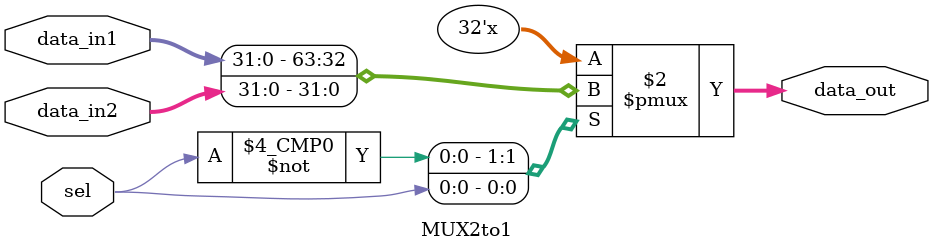
<source format=sv>
module MUX2to1 #(
    parameter DATA_WIDTH = 32
)
(
    input  logic sel,    
    input  logic [DATA_WIDTH-1:0] data_in1,
    input  logic [DATA_WIDTH-1:0] data_in2,  
    output logic [DATA_WIDTH-1:0] data_out  
);

    always_comb begin
        case (sel)
            0: data_out = data_in1;  
            1: data_out = data_in2;  
            default: data_out = '0;
        endcase
    end
endmodule

</source>
